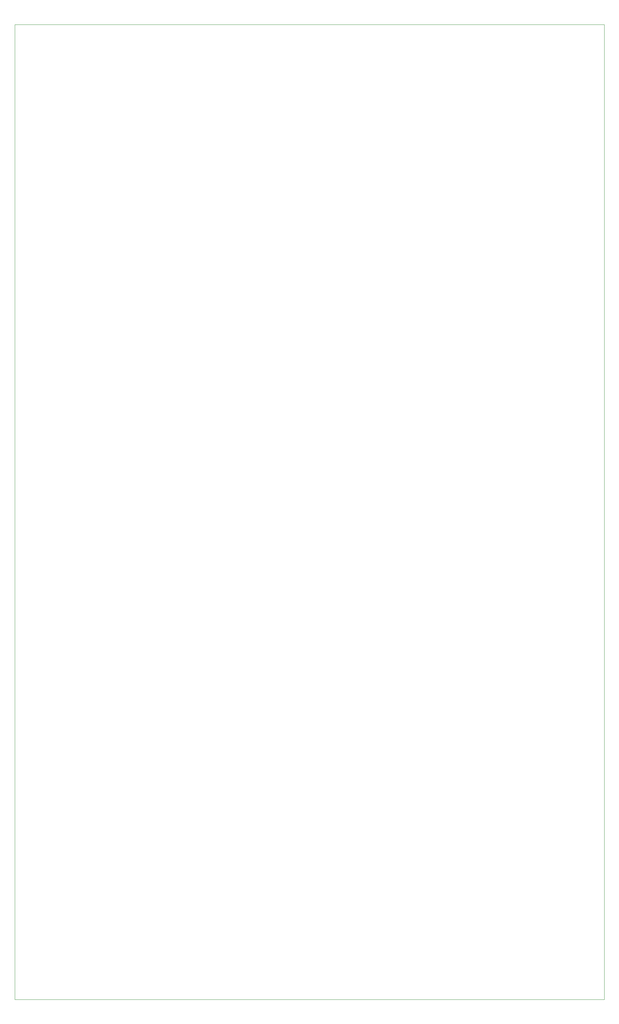
<source format=gbr>
G04 #@! TF.GenerationSoftware,KiCad,Pcbnew,(5.1.5)-3*
G04 #@! TF.CreationDate,2020-07-05T11:54:58+02:00*
G04 #@! TF.ProjectId,FetsAndCrosses,46657473-416e-4644-9372-6f737365732e,rev?*
G04 #@! TF.SameCoordinates,Original*
G04 #@! TF.FileFunction,Profile,NP*
%FSLAX46Y46*%
G04 Gerber Fmt 4.6, Leading zero omitted, Abs format (unit mm)*
G04 Created by KiCad (PCBNEW (5.1.5)-3) date 2020-07-05 11:54:58*
%MOMM*%
%LPD*%
G04 APERTURE LIST*
%ADD10C,0.050000*%
G04 APERTURE END LIST*
D10*
X166370000Y-17145000D02*
X166370000Y-19050000D01*
X165735000Y-17145000D02*
X166370000Y-17145000D01*
X50800000Y-17145000D02*
X165735000Y-17145000D01*
X166370000Y-22225000D02*
X166370000Y-19050000D01*
X166370000Y-202565000D02*
X166370000Y-22225000D01*
X162560000Y-262890000D02*
X166370000Y-262890000D01*
X166370000Y-202565000D02*
X166370000Y-262890000D01*
X69850000Y-262890000D02*
X162560000Y-262890000D01*
X17780000Y-262890000D02*
X18415000Y-262890000D01*
X17780000Y-259080000D02*
X17780000Y-262890000D01*
X69850000Y-262890000D02*
X18415000Y-262890000D01*
X17780000Y-50165000D02*
X17780000Y-259080000D01*
X17780000Y-17145000D02*
X19685000Y-17145000D01*
X17780000Y-50165000D02*
X17780000Y-17145000D01*
X50800000Y-17145000D02*
X19685000Y-17145000D01*
M02*

</source>
